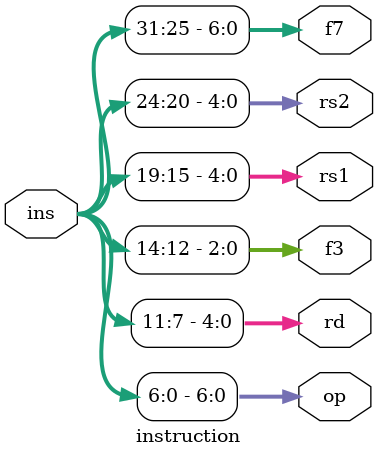
<source format=v>
module instruction(
  input [31:0] ins,
  output [6:0] op,
  output [4:0] rd,
  output [2:0] f3,
  output [4:0] rs1,
  output [4:0] rs2,
  output [6:0] f7
  
);
  assign op = ins[6:0];
  assign rd = ins[11:7];
  assign f3 = ins[14:12];
  assign rs1 = ins[19:15];
  assign rs2 = ins[24:20];
  assign f7 = ins[31:25];
  
  
  endmodule
</source>
